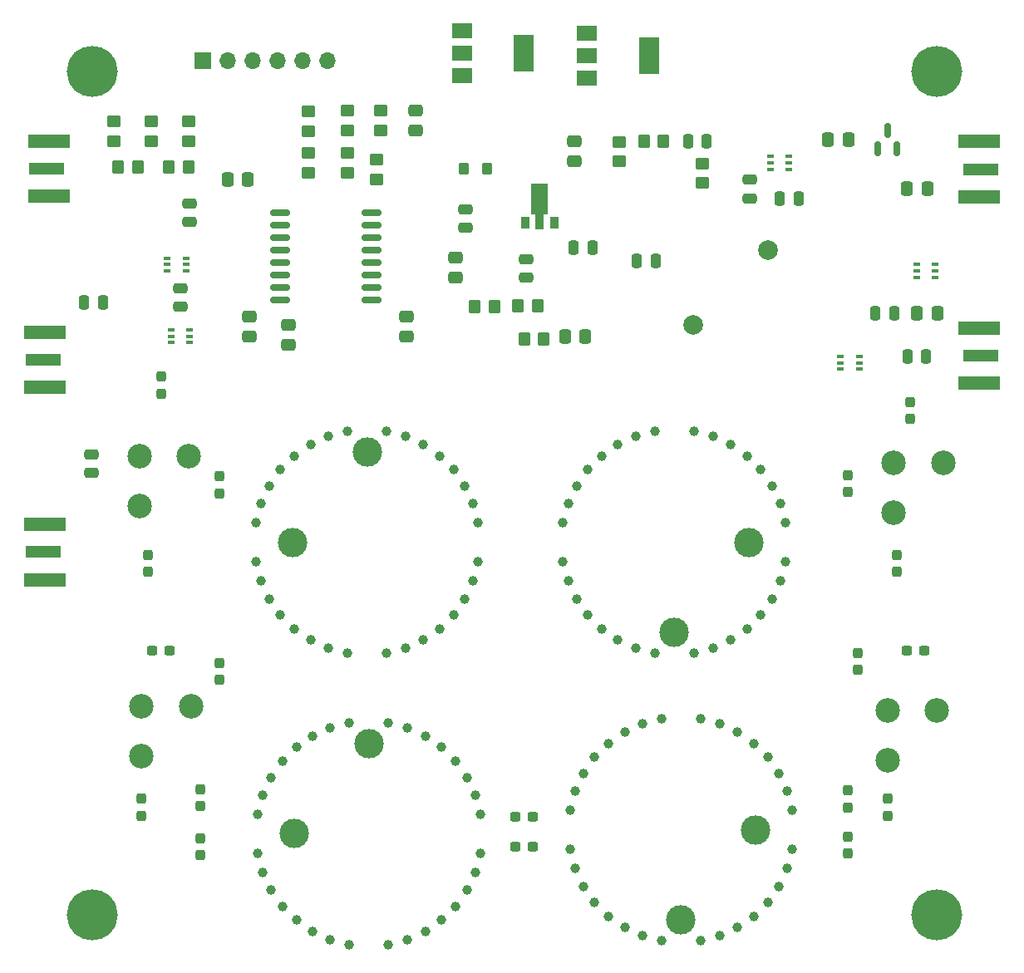
<source format=gbr>
%TF.GenerationSoftware,KiCad,Pcbnew,7.0.7*%
%TF.CreationDate,2023-11-03T16:15:29+00:00*%
%TF.ProjectId,RXLNA,52584c4e-412e-46b6-9963-61645f706362,rev?*%
%TF.SameCoordinates,Original*%
%TF.FileFunction,Soldermask,Bot*%
%TF.FilePolarity,Negative*%
%FSLAX46Y46*%
G04 Gerber Fmt 4.6, Leading zero omitted, Abs format (unit mm)*
G04 Created by KiCad (PCBNEW 7.0.7) date 2023-11-03 16:15:29*
%MOMM*%
%LPD*%
G01*
G04 APERTURE LIST*
G04 Aperture macros list*
%AMRoundRect*
0 Rectangle with rounded corners*
0 $1 Rounding radius*
0 $2 $3 $4 $5 $6 $7 $8 $9 X,Y pos of 4 corners*
0 Add a 4 corners polygon primitive as box body*
4,1,4,$2,$3,$4,$5,$6,$7,$8,$9,$2,$3,0*
0 Add four circle primitives for the rounded corners*
1,1,$1+$1,$2,$3*
1,1,$1+$1,$4,$5*
1,1,$1+$1,$6,$7*
1,1,$1+$1,$8,$9*
0 Add four rect primitives between the rounded corners*
20,1,$1+$1,$2,$3,$4,$5,0*
20,1,$1+$1,$4,$5,$6,$7,0*
20,1,$1+$1,$6,$7,$8,$9,0*
20,1,$1+$1,$8,$9,$2,$3,0*%
%AMFreePoly0*
4,1,9,3.862500,-0.866500,0.737500,-0.866500,0.737500,-0.450000,-0.737500,-0.450000,-0.737500,0.450000,0.737500,0.450000,0.737500,0.866500,3.862500,0.866500,3.862500,-0.866500,3.862500,-0.866500,$1*%
G04 Aperture macros list end*
%ADD10C,2.000000*%
%ADD11C,3.000000*%
%ADD12C,1.000000*%
%ADD13C,2.500000*%
%ADD14R,1.700000X1.700000*%
%ADD15O,1.700000X1.700000*%
%ADD16C,5.200000*%
%ADD17RoundRect,0.250000X-0.450000X0.350000X-0.450000X-0.350000X0.450000X-0.350000X0.450000X0.350000X0*%
%ADD18RoundRect,0.250000X0.475000X-0.250000X0.475000X0.250000X-0.475000X0.250000X-0.475000X-0.250000X0*%
%ADD19R,2.000000X1.500000*%
%ADD20R,2.000000X3.800000*%
%ADD21RoundRect,0.250000X0.337500X0.475000X-0.337500X0.475000X-0.337500X-0.475000X0.337500X-0.475000X0*%
%ADD22RoundRect,0.250000X-0.475000X0.250000X-0.475000X-0.250000X0.475000X-0.250000X0.475000X0.250000X0*%
%ADD23RoundRect,0.237500X-0.300000X-0.237500X0.300000X-0.237500X0.300000X0.237500X-0.300000X0.237500X0*%
%ADD24RoundRect,0.250000X0.450000X-0.350000X0.450000X0.350000X-0.450000X0.350000X-0.450000X-0.350000X0*%
%ADD25R,0.650000X0.400000*%
%ADD26R,3.600000X1.270000*%
%ADD27R,4.200000X1.350000*%
%ADD28RoundRect,0.237500X0.300000X0.237500X-0.300000X0.237500X-0.300000X-0.237500X0.300000X-0.237500X0*%
%ADD29RoundRect,0.250000X-0.250000X-0.475000X0.250000X-0.475000X0.250000X0.475000X-0.250000X0.475000X0*%
%ADD30RoundRect,0.250000X-0.350000X-0.450000X0.350000X-0.450000X0.350000X0.450000X-0.350000X0.450000X0*%
%ADD31RoundRect,0.250000X0.250000X0.475000X-0.250000X0.475000X-0.250000X-0.475000X0.250000X-0.475000X0*%
%ADD32RoundRect,0.250000X0.475000X-0.337500X0.475000X0.337500X-0.475000X0.337500X-0.475000X-0.337500X0*%
%ADD33RoundRect,0.237500X0.237500X-0.300000X0.237500X0.300000X-0.237500X0.300000X-0.237500X-0.300000X0*%
%ADD34RoundRect,0.250000X0.350000X0.450000X-0.350000X0.450000X-0.350000X-0.450000X0.350000X-0.450000X0*%
%ADD35RoundRect,0.250000X-0.475000X0.337500X-0.475000X-0.337500X0.475000X-0.337500X0.475000X0.337500X0*%
%ADD36RoundRect,0.250000X-0.275000X-0.350000X0.275000X-0.350000X0.275000X0.350000X-0.275000X0.350000X0*%
%ADD37RoundRect,0.150000X0.150000X-0.587500X0.150000X0.587500X-0.150000X0.587500X-0.150000X-0.587500X0*%
%ADD38RoundRect,0.237500X-0.237500X0.300000X-0.237500X-0.300000X0.237500X-0.300000X0.237500X0.300000X0*%
%ADD39RoundRect,0.150000X0.875000X0.150000X-0.875000X0.150000X-0.875000X-0.150000X0.875000X-0.150000X0*%
%ADD40R,0.900000X1.300000*%
%ADD41FreePoly0,90.000000*%
G04 APERTURE END LIST*
D10*
%TO.C,L401*%
X175810000Y-83190000D03*
X168190000Y-90810000D03*
%TD*%
D11*
%TO.C,L403*%
X127380000Y-113000000D03*
D12*
X126190489Y-120392058D03*
X143809511Y-105607942D03*
X126190489Y-105607942D03*
X140750000Y-103040708D03*
X136996954Y-101674711D03*
X146325289Y-114996954D03*
X143809511Y-120392058D03*
X124193535Y-116933232D03*
X144959292Y-107250000D03*
X133003046Y-101674711D03*
X146325289Y-111003046D03*
X127607942Y-104190489D03*
X127607942Y-121809511D03*
X131066768Y-102193535D03*
X129250000Y-122959292D03*
X123674711Y-111003046D03*
X138933232Y-102193535D03*
D11*
X135000000Y-103800000D03*
D12*
X142392058Y-104190489D03*
X129250000Y-103040708D03*
X140750000Y-122959292D03*
X145806465Y-109066768D03*
X138933232Y-123806465D03*
X131066768Y-123806465D03*
X145806465Y-116933232D03*
X125040708Y-118750000D03*
X142392058Y-121809511D03*
X124193535Y-109066768D03*
X144959292Y-118750000D03*
X125040708Y-107250000D03*
X133003046Y-124325289D03*
X136996954Y-124325289D03*
X123674711Y-114996954D03*
%TD*%
D13*
%TO.C,C439*%
X188000000Y-135240000D03*
X193070000Y-130160000D03*
X188000000Y-130160000D03*
%TD*%
%TO.C,C429*%
X111800000Y-109280000D03*
X116870000Y-104200000D03*
X111800000Y-104200000D03*
%TD*%
D11*
%TO.C,L406*%
X173920000Y-113000000D03*
D12*
X162366768Y-102193535D03*
X160550000Y-122959292D03*
X155493535Y-109066768D03*
X156340708Y-107250000D03*
D11*
X166300000Y-122200000D03*
D12*
X177106465Y-116933232D03*
X175109511Y-120392058D03*
X164303046Y-101674711D03*
X176259292Y-107250000D03*
X156340708Y-118750000D03*
X176259292Y-118750000D03*
X173692058Y-104190489D03*
X158907942Y-104190489D03*
X172050000Y-122959292D03*
X168296954Y-101674711D03*
X157490489Y-120392058D03*
X172050000Y-103040708D03*
X173692058Y-121809511D03*
X160550000Y-103040708D03*
X177106465Y-109066768D03*
X154974711Y-111003046D03*
X168296954Y-124325289D03*
X154974711Y-114996954D03*
X175109511Y-105607942D03*
X170233232Y-102193535D03*
X162366768Y-123806465D03*
X177625289Y-111003046D03*
X177625289Y-114996954D03*
X155493535Y-116933232D03*
X164303046Y-124325289D03*
X157490489Y-105607942D03*
X158907942Y-121809511D03*
X170233232Y-123806465D03*
%TD*%
D13*
%TO.C,C444*%
X193730000Y-104860000D03*
X188660000Y-109940000D03*
X188660000Y-104860000D03*
%TD*%
D14*
%TO.C,J404*%
X118300000Y-63900000D03*
D15*
X120840000Y-63900000D03*
X123380000Y-63900000D03*
X125920000Y-63900000D03*
X128460000Y-63900000D03*
X131000000Y-63900000D03*
%TD*%
D11*
%TO.C,L405*%
X174620000Y-142300000D03*
D12*
X168996954Y-130974711D03*
X176959292Y-148050000D03*
X175809511Y-134907942D03*
X161250000Y-152259292D03*
X178325289Y-144296954D03*
X156193535Y-138366768D03*
X176959292Y-136550000D03*
X177806465Y-138366768D03*
X155674711Y-140303046D03*
X172750000Y-132340708D03*
X159607942Y-151109511D03*
X174392058Y-133490489D03*
D11*
X167000000Y-151500000D03*
D12*
X158190489Y-149692058D03*
X170933232Y-153106465D03*
X175809511Y-149692058D03*
X155674711Y-144296954D03*
X157040708Y-148050000D03*
X161250000Y-132340708D03*
X158190489Y-134907942D03*
X165003046Y-130974711D03*
X178325289Y-140303046D03*
X159607942Y-133490489D03*
X174392058Y-151109511D03*
X170933232Y-131493535D03*
X177806465Y-146233232D03*
X156193535Y-146233232D03*
X168996954Y-153625289D03*
X163066768Y-131493535D03*
X165003046Y-153625289D03*
X157040708Y-136550000D03*
X172750000Y-152259292D03*
X163066768Y-153106465D03*
%TD*%
D11*
%TO.C,L404*%
X127580000Y-142700000D03*
D12*
X124393535Y-138766768D03*
X146006465Y-146633232D03*
X146525289Y-144696954D03*
X131266768Y-153506465D03*
X129450000Y-152659292D03*
X145159292Y-136950000D03*
X124393535Y-146633232D03*
X127807942Y-151509511D03*
X144009511Y-150092058D03*
X127807942Y-133890489D03*
D11*
X135200000Y-133500000D03*
D12*
X125240708Y-148450000D03*
X139133232Y-131893535D03*
X133203046Y-154025289D03*
X146525289Y-140703046D03*
X123874711Y-140703046D03*
X140950000Y-152659292D03*
X142592058Y-151509511D03*
X145159292Y-148450000D03*
X131266768Y-131893535D03*
X133203046Y-131374711D03*
X129450000Y-132740708D03*
X137196954Y-131374711D03*
X126390489Y-150092058D03*
X139133232Y-153506465D03*
X126390489Y-135307942D03*
X140950000Y-132740708D03*
X125240708Y-136950000D03*
X137196954Y-154025289D03*
X142592058Y-133890489D03*
X123874711Y-144696954D03*
X146006465Y-138766768D03*
X144009511Y-135307942D03*
%TD*%
D13*
%TO.C,C434*%
X112030000Y-134780000D03*
X117100000Y-129700000D03*
X112030000Y-129700000D03*
%TD*%
D16*
%TO.C,J405*%
X193000000Y-151000000D03*
X193000000Y-65000000D03*
X107000000Y-151000000D03*
X107000000Y-65000000D03*
%TD*%
D17*
%TO.C,R406*%
X129000000Y-69120000D03*
X129000000Y-71120000D03*
%TD*%
D18*
%TO.C,C404*%
X116000000Y-89000000D03*
X116000000Y-87100000D03*
%TD*%
D19*
%TO.C,U405*%
X144650000Y-65460000D03*
D20*
X150950000Y-63160000D03*
D19*
X144650000Y-63160000D03*
X144650000Y-60860000D03*
%TD*%
D21*
%TO.C,C424*%
X193100000Y-89700000D03*
X191025000Y-89700000D03*
%TD*%
D17*
%TO.C,R408*%
X133000000Y-69020000D03*
X133000000Y-71020000D03*
%TD*%
D19*
%TO.C,U403*%
X157400000Y-65700000D03*
D20*
X163700000Y-63400000D03*
D19*
X157400000Y-63400000D03*
X157400000Y-61100000D03*
%TD*%
D18*
%TO.C,C416*%
X174000000Y-77950000D03*
X174000000Y-76050000D03*
%TD*%
D22*
%TO.C,C421*%
X151250000Y-84140000D03*
X151250000Y-86040000D03*
%TD*%
D23*
%TO.C,C442*%
X190000000Y-124000000D03*
X191725000Y-124000000D03*
%TD*%
D24*
%TO.C,R403*%
X113030000Y-72120000D03*
X113030000Y-70120000D03*
%TD*%
D17*
%TO.C,R411*%
X136000000Y-74000000D03*
X136000000Y-76000000D03*
%TD*%
%TO.C,R414*%
X160700000Y-72200000D03*
X160700000Y-74200000D03*
%TD*%
D21*
%TO.C,C411*%
X122847500Y-76000000D03*
X120772500Y-76000000D03*
%TD*%
D25*
%TO.C,U402*%
X115050000Y-92650000D03*
X115050000Y-92000000D03*
X115050000Y-91350000D03*
X116950000Y-91350000D03*
X116950000Y-92000000D03*
X116950000Y-92650000D03*
%TD*%
D21*
%TO.C,C413*%
X192075000Y-77000000D03*
X190000000Y-77000000D03*
%TD*%
D26*
%TO.C,J407*%
X197537500Y-75000000D03*
D27*
X197337500Y-72175000D03*
X197337500Y-77825000D03*
%TD*%
D28*
%TO.C,C435*%
X151862500Y-144000000D03*
X150137500Y-144000000D03*
%TD*%
D25*
%TO.C,U401*%
X116550000Y-84050000D03*
X116550000Y-84700000D03*
X116550000Y-85350000D03*
X114650000Y-85350000D03*
X114650000Y-84700000D03*
X114650000Y-84050000D03*
%TD*%
D26*
%TO.C,J401*%
X102000000Y-94400000D03*
D27*
X102200000Y-91575000D03*
X102200000Y-97225000D03*
%TD*%
D17*
%TO.C,R409*%
X133000000Y-73320000D03*
X133000000Y-75320000D03*
%TD*%
D28*
%TO.C,C427*%
X114862500Y-124000000D03*
X113137500Y-124000000D03*
%TD*%
D26*
%TO.C,J403*%
X102382500Y-74930000D03*
D27*
X102582500Y-72105000D03*
X102582500Y-77755000D03*
%TD*%
D29*
%TO.C,C418*%
X162500000Y-84300000D03*
X164400000Y-84300000D03*
%TD*%
D30*
%TO.C,R416*%
X150400000Y-88900000D03*
X152400000Y-88900000D03*
%TD*%
D24*
%TO.C,R401*%
X116840000Y-72120000D03*
X116840000Y-70120000D03*
%TD*%
D31*
%TO.C,C415*%
X169600000Y-72100000D03*
X167700000Y-72100000D03*
%TD*%
D25*
%TO.C,U407*%
X176100000Y-75000000D03*
X176100000Y-74350000D03*
X176100000Y-73700000D03*
X178000000Y-73700000D03*
X178000000Y-74350000D03*
X178000000Y-75000000D03*
%TD*%
%TO.C,U404*%
X185150000Y-94050000D03*
X185150000Y-94700000D03*
X185150000Y-95350000D03*
X183250000Y-95350000D03*
X183250000Y-94700000D03*
X183250000Y-94050000D03*
%TD*%
D32*
%TO.C,C409*%
X139962500Y-71037500D03*
X139962500Y-68962500D03*
%TD*%
D33*
%TO.C,C438*%
X188000000Y-140862500D03*
X188000000Y-139137500D03*
%TD*%
D29*
%TO.C,C419*%
X156050000Y-83000000D03*
X157950000Y-83000000D03*
%TD*%
D32*
%TO.C,C423*%
X156100000Y-74175000D03*
X156100000Y-72100000D03*
%TD*%
D24*
%TO.C,R405*%
X109220000Y-72120000D03*
X109220000Y-70120000D03*
%TD*%
D34*
%TO.C,R415*%
X148000000Y-89000000D03*
X146000000Y-89000000D03*
%TD*%
D18*
%TO.C,C403*%
X116900000Y-80350000D03*
X116900000Y-78450000D03*
%TD*%
D35*
%TO.C,C407*%
X139000000Y-89962500D03*
X139000000Y-92037500D03*
%TD*%
D34*
%TO.C,R417*%
X153000000Y-92300000D03*
X151000000Y-92300000D03*
%TD*%
D26*
%TO.C,J406*%
X197537500Y-93980000D03*
D27*
X197337500Y-91155000D03*
X197337500Y-96805000D03*
%TD*%
D33*
%TO.C,C431*%
X118000000Y-139862500D03*
X118000000Y-138137500D03*
%TD*%
D25*
%TO.C,U409*%
X191000000Y-86000000D03*
X191000000Y-85350000D03*
X191000000Y-84700000D03*
X192900000Y-84700000D03*
X192900000Y-85350000D03*
X192900000Y-86000000D03*
%TD*%
D29*
%TO.C,C412*%
X186800000Y-89700000D03*
X188700000Y-89700000D03*
%TD*%
D30*
%TO.C,R402*%
X114840000Y-74760000D03*
X116840000Y-74760000D03*
%TD*%
D36*
%TO.C,L402*%
X144900000Y-74930000D03*
X147200000Y-74930000D03*
%TD*%
D17*
%TO.C,R410*%
X136420000Y-69000000D03*
X136420000Y-71000000D03*
%TD*%
D37*
%TO.C,D401*%
X188950000Y-72937500D03*
X187050000Y-72937500D03*
X188000000Y-71062500D03*
%TD*%
D29*
%TO.C,C410*%
X190050000Y-94100000D03*
X191950000Y-94100000D03*
%TD*%
D22*
%TO.C,C420*%
X145000000Y-79050000D03*
X145000000Y-80950000D03*
%TD*%
D38*
%TO.C,C446*%
X190300000Y-98700000D03*
X190300000Y-100425000D03*
%TD*%
D35*
%TO.C,C405*%
X127000000Y-90805000D03*
X127000000Y-92880000D03*
%TD*%
D39*
%TO.C,U406*%
X135460000Y-79375000D03*
X135460000Y-80645000D03*
X135460000Y-81915000D03*
X135460000Y-83185000D03*
X135460000Y-84455000D03*
X135460000Y-85725000D03*
X135460000Y-86995000D03*
X135460000Y-88265000D03*
X126160000Y-88265000D03*
X126160000Y-86995000D03*
X126160000Y-85725000D03*
X126160000Y-84455000D03*
X126160000Y-83185000D03*
X126160000Y-81915000D03*
X126160000Y-80645000D03*
X126160000Y-79375000D03*
%TD*%
D33*
%TO.C,C425*%
X114000000Y-97862500D03*
X114000000Y-96137500D03*
%TD*%
D21*
%TO.C,C422*%
X157247500Y-92000000D03*
X155172500Y-92000000D03*
%TD*%
D33*
%TO.C,C443*%
X189000000Y-116000000D03*
X189000000Y-114275000D03*
%TD*%
D26*
%TO.C,J402*%
X102000000Y-114000000D03*
D27*
X102200000Y-111175000D03*
X102200000Y-116825000D03*
%TD*%
D34*
%TO.C,R413*%
X165200000Y-72100000D03*
X163200000Y-72100000D03*
%TD*%
D35*
%TO.C,C408*%
X144000000Y-83962500D03*
X144000000Y-86037500D03*
%TD*%
%TO.C,C406*%
X123000000Y-89962500D03*
X123000000Y-92037500D03*
%TD*%
D22*
%TO.C,C402*%
X106950000Y-104050000D03*
X106950000Y-105950000D03*
%TD*%
D21*
%TO.C,C414*%
X184037500Y-72000000D03*
X181962500Y-72000000D03*
%TD*%
D38*
%TO.C,C445*%
X184000000Y-106137500D03*
X184000000Y-107862500D03*
%TD*%
%TO.C,C441*%
X185000000Y-124275000D03*
X185000000Y-126000000D03*
%TD*%
D30*
%TO.C,R404*%
X109640000Y-74760000D03*
X111640000Y-74760000D03*
%TD*%
D33*
%TO.C,C430*%
X120000000Y-127000000D03*
X120000000Y-125275000D03*
%TD*%
D17*
%TO.C,R412*%
X169200000Y-74400000D03*
X169200000Y-76400000D03*
%TD*%
D33*
%TO.C,C433*%
X112000000Y-140862500D03*
X112000000Y-139137500D03*
%TD*%
D38*
%TO.C,C432*%
X118000000Y-143137500D03*
X118000000Y-144862500D03*
%TD*%
D33*
%TO.C,C426*%
X120000000Y-108000000D03*
X120000000Y-106275000D03*
%TD*%
D29*
%TO.C,C417*%
X177050000Y-78000000D03*
X178950000Y-78000000D03*
%TD*%
D33*
%TO.C,C428*%
X112700000Y-116025000D03*
X112700000Y-114300000D03*
%TD*%
D28*
%TO.C,C436*%
X151862500Y-141000000D03*
X150137500Y-141000000D03*
%TD*%
D17*
%TO.C,R407*%
X129000000Y-73320000D03*
X129000000Y-75320000D03*
%TD*%
D31*
%TO.C,C401*%
X108100000Y-88600000D03*
X106200000Y-88600000D03*
%TD*%
D38*
%TO.C,C440*%
X184000000Y-138275000D03*
X184000000Y-140000000D03*
%TD*%
%TO.C,C437*%
X184000000Y-143000000D03*
X184000000Y-144725000D03*
%TD*%
D40*
%TO.C,U408*%
X154100000Y-80450000D03*
D41*
X152600000Y-80362500D03*
D40*
X151100000Y-80450000D03*
%TD*%
M02*

</source>
